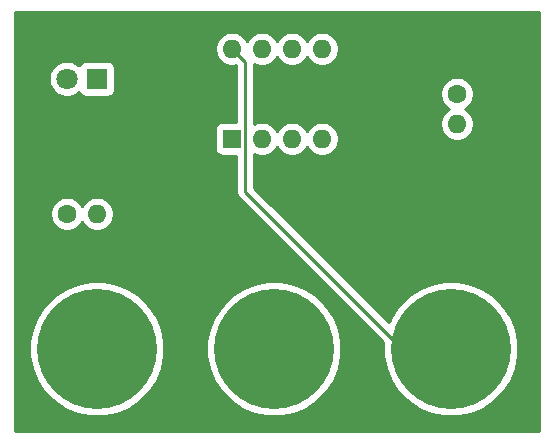
<source format=gbr>
%TF.GenerationSoftware,KiCad,Pcbnew,(5.1.10)-1*%
%TF.CreationDate,2022-06-23T22:49:28+01:00*%
%TF.ProjectId,tutorial1,7475746f-7269-4616-9c31-2e6b69636164,rev?*%
%TF.SameCoordinates,Original*%
%TF.FileFunction,Copper,L2,Bot*%
%TF.FilePolarity,Positive*%
%FSLAX46Y46*%
G04 Gerber Fmt 4.6, Leading zero omitted, Abs format (unit mm)*
G04 Created by KiCad (PCBNEW (5.1.10)-1) date 2022-06-23 22:49:28*
%MOMM*%
%LPD*%
G01*
G04 APERTURE LIST*
%TA.AperFunction,ComponentPad*%
%ADD10O,1.600000X1.600000*%
%TD*%
%TA.AperFunction,ComponentPad*%
%ADD11R,1.600000X1.600000*%
%TD*%
%TA.AperFunction,ComponentPad*%
%ADD12C,1.600000*%
%TD*%
%TA.AperFunction,ComponentPad*%
%ADD13C,10.160000*%
%TD*%
%TA.AperFunction,ComponentPad*%
%ADD14C,1.800000*%
%TD*%
%TA.AperFunction,ComponentPad*%
%ADD15R,1.800000X1.800000*%
%TD*%
%TA.AperFunction,Conductor*%
%ADD16C,0.250000*%
%TD*%
%TA.AperFunction,NonConductor*%
%ADD17C,0.254000*%
%TD*%
%TA.AperFunction,NonConductor*%
%ADD18C,0.100000*%
%TD*%
G04 APERTURE END LIST*
D10*
%TO.P,U1,8*%
%TO.N,GND*%
X725170000Y175260000D03*
%TO.P,U1,4*%
%TO.N,Net-(U1-Pad4)*%
X732790000Y167640000D03*
%TO.P,U1,7*%
%TO.N,/uCtoLED*%
X727710000Y175260000D03*
%TO.P,U1,3*%
%TO.N,Net-(U1-Pad3)*%
X730250000Y167640000D03*
%TO.P,U1,6*%
%TO.N,/INPUT*%
X730250000Y175260000D03*
%TO.P,U1,2*%
%TO.N,Net-(U1-Pad2)*%
X727710000Y167640000D03*
%TO.P,U1,5*%
%TO.N,Net-(U1-Pad5)*%
X732790000Y175260000D03*
D11*
%TO.P,U1,1*%
%TO.N,VCC*%
X725170000Y167640000D03*
%TD*%
D10*
%TO.P,R2,2*%
%TO.N,VCC*%
X713740000Y161290000D03*
D12*
%TO.P,R2,1*%
%TO.N,Net-(D1-Pad2)*%
X711200000Y161290000D03*
%TD*%
D10*
%TO.P,R1,2*%
%TO.N,/INPUTtoR*%
X744220000Y168910000D03*
D12*
%TO.P,R1,1*%
%TO.N,/INPUT*%
X744220000Y171450000D03*
%TD*%
D13*
%TO.P,J1,2*%
%TO.N,/INPUTtoR*%
X728730000Y149860000D03*
%TO.P,J1,3*%
%TO.N,GND*%
X743710000Y149860000D03*
%TO.P,J1,1*%
%TO.N,VCC*%
X713740000Y149860000D03*
%TD*%
D14*
%TO.P,D1,2*%
%TO.N,Net-(D1-Pad2)*%
X711200000Y172720000D03*
D15*
%TO.P,D1,1*%
%TO.N,/uCtoLED*%
X713740000Y172720000D03*
%TD*%
D16*
%TO.N,GND*%
X726295001Y174134999D02*
X725170000Y175260000D01*
X726295001Y163166817D02*
X726295001Y174134999D01*
X739601818Y149860000D02*
X726295001Y163166817D01*
X743710000Y149860000D02*
X739601818Y149860000D01*
%TD*%
D17*
X751180001Y142900000D02*
X706780000Y142900000D01*
X706780000Y150422878D01*
X708025000Y150422878D01*
X708025000Y149297122D01*
X708244625Y148192996D01*
X708675433Y147152933D01*
X709300870Y146216900D01*
X710096900Y145420870D01*
X711032933Y144795433D01*
X712072996Y144364625D01*
X713177122Y144145000D01*
X714302878Y144145000D01*
X715407004Y144364625D01*
X716447067Y144795433D01*
X717383100Y145420870D01*
X718179130Y146216900D01*
X718804567Y147152933D01*
X719235375Y148192996D01*
X719455000Y149297122D01*
X719455000Y150422878D01*
X723015000Y150422878D01*
X723015000Y149297122D01*
X723234625Y148192996D01*
X723665433Y147152933D01*
X724290870Y146216900D01*
X725086900Y145420870D01*
X726022933Y144795433D01*
X727062996Y144364625D01*
X728167122Y144145000D01*
X729292878Y144145000D01*
X730397004Y144364625D01*
X731437067Y144795433D01*
X732373100Y145420870D01*
X733169130Y146216900D01*
X733794567Y147152933D01*
X734225375Y148192996D01*
X734445000Y149297122D01*
X734445000Y150422878D01*
X734225375Y151527004D01*
X733794567Y152567067D01*
X733169130Y153503100D01*
X732373100Y154299130D01*
X731437067Y154924567D01*
X730397004Y155355375D01*
X729292878Y155575000D01*
X728167122Y155575000D01*
X727062996Y155355375D01*
X726022933Y154924567D01*
X725086900Y154299130D01*
X724290870Y153503100D01*
X723665433Y152567067D01*
X723234625Y151527004D01*
X723015000Y150422878D01*
X719455000Y150422878D01*
X719235375Y151527004D01*
X718804567Y152567067D01*
X718179130Y153503100D01*
X717383100Y154299130D01*
X716447067Y154924567D01*
X715407004Y155355375D01*
X714302878Y155575000D01*
X713177122Y155575000D01*
X712072996Y155355375D01*
X711032933Y154924567D01*
X710096900Y154299130D01*
X709300870Y153503100D01*
X708675433Y152567067D01*
X708244625Y151527004D01*
X708025000Y150422878D01*
X706780000Y150422878D01*
X706780000Y161431335D01*
X709765000Y161431335D01*
X709765000Y161148665D01*
X709820147Y160871426D01*
X709928320Y160610273D01*
X710085363Y160375241D01*
X710285241Y160175363D01*
X710520273Y160018320D01*
X710781426Y159910147D01*
X711058665Y159855000D01*
X711341335Y159855000D01*
X711618574Y159910147D01*
X711879727Y160018320D01*
X712114759Y160175363D01*
X712314637Y160375241D01*
X712470000Y160607759D01*
X712625363Y160375241D01*
X712825241Y160175363D01*
X713060273Y160018320D01*
X713321426Y159910147D01*
X713598665Y159855000D01*
X713881335Y159855000D01*
X714158574Y159910147D01*
X714419727Y160018320D01*
X714654759Y160175363D01*
X714854637Y160375241D01*
X715011680Y160610273D01*
X715119853Y160871426D01*
X715175000Y161148665D01*
X715175000Y161431335D01*
X715119853Y161708574D01*
X715011680Y161969727D01*
X714854637Y162204759D01*
X714654759Y162404637D01*
X714419727Y162561680D01*
X714158574Y162669853D01*
X713881335Y162725000D01*
X713598665Y162725000D01*
X713321426Y162669853D01*
X713060273Y162561680D01*
X712825241Y162404637D01*
X712625363Y162204759D01*
X712470000Y161972241D01*
X712314637Y162204759D01*
X712114759Y162404637D01*
X711879727Y162561680D01*
X711618574Y162669853D01*
X711341335Y162725000D01*
X711058665Y162725000D01*
X710781426Y162669853D01*
X710520273Y162561680D01*
X710285241Y162404637D01*
X710085363Y162204759D01*
X709928320Y161969727D01*
X709820147Y161708574D01*
X709765000Y161431335D01*
X706780000Y161431335D01*
X706780000Y168440000D01*
X723731928Y168440000D01*
X723731928Y166840000D01*
X723744188Y166715518D01*
X723780498Y166595820D01*
X723839463Y166485506D01*
X723918815Y166388815D01*
X724015506Y166309463D01*
X724125820Y166250498D01*
X724245518Y166214188D01*
X724370000Y166201928D01*
X725535001Y166201928D01*
X725535001Y163204139D01*
X725531325Y163166817D01*
X725535001Y163129495D01*
X725535001Y163129485D01*
X725545998Y163017832D01*
X725589455Y162874571D01*
X725660027Y162742541D01*
X725674423Y162725000D01*
X725755000Y162626816D01*
X725784004Y162603013D01*
X737995000Y150392016D01*
X737995000Y149297122D01*
X738214625Y148192996D01*
X738645433Y147152933D01*
X739270870Y146216900D01*
X740066900Y145420870D01*
X741002933Y144795433D01*
X742042996Y144364625D01*
X743147122Y144145000D01*
X744272878Y144145000D01*
X745377004Y144364625D01*
X746417067Y144795433D01*
X747353100Y145420870D01*
X748149130Y146216900D01*
X748774567Y147152933D01*
X749205375Y148192996D01*
X749425000Y149297122D01*
X749425000Y150422878D01*
X749205375Y151527004D01*
X748774567Y152567067D01*
X748149130Y153503100D01*
X747353100Y154299130D01*
X746417067Y154924567D01*
X745377004Y155355375D01*
X744272878Y155575000D01*
X743147122Y155575000D01*
X742042996Y155355375D01*
X741002933Y154924567D01*
X740066900Y154299130D01*
X739270870Y153503100D01*
X738645433Y152567067D01*
X738447472Y152089148D01*
X727055001Y163481618D01*
X727055001Y166358077D01*
X727291426Y166260147D01*
X727568665Y166205000D01*
X727851335Y166205000D01*
X728128574Y166260147D01*
X728389727Y166368320D01*
X728624759Y166525363D01*
X728824637Y166725241D01*
X728980000Y166957759D01*
X729135363Y166725241D01*
X729335241Y166525363D01*
X729570273Y166368320D01*
X729831426Y166260147D01*
X730108665Y166205000D01*
X730391335Y166205000D01*
X730668574Y166260147D01*
X730929727Y166368320D01*
X731164759Y166525363D01*
X731364637Y166725241D01*
X731520000Y166957759D01*
X731675363Y166725241D01*
X731875241Y166525363D01*
X732110273Y166368320D01*
X732371426Y166260147D01*
X732648665Y166205000D01*
X732931335Y166205000D01*
X733208574Y166260147D01*
X733469727Y166368320D01*
X733704759Y166525363D01*
X733904637Y166725241D01*
X734061680Y166960273D01*
X734169853Y167221426D01*
X734225000Y167498665D01*
X734225000Y167781335D01*
X734169853Y168058574D01*
X734061680Y168319727D01*
X733904637Y168554759D01*
X733704759Y168754637D01*
X733469727Y168911680D01*
X733208574Y169019853D01*
X732931335Y169075000D01*
X732648665Y169075000D01*
X732371426Y169019853D01*
X732110273Y168911680D01*
X731875241Y168754637D01*
X731675363Y168554759D01*
X731520000Y168322241D01*
X731364637Y168554759D01*
X731164759Y168754637D01*
X730929727Y168911680D01*
X730668574Y169019853D01*
X730391335Y169075000D01*
X730108665Y169075000D01*
X729831426Y169019853D01*
X729570273Y168911680D01*
X729335241Y168754637D01*
X729135363Y168554759D01*
X728980000Y168322241D01*
X728824637Y168554759D01*
X728624759Y168754637D01*
X728389727Y168911680D01*
X728128574Y169019853D01*
X727851335Y169075000D01*
X727568665Y169075000D01*
X727291426Y169019853D01*
X727055001Y168921923D01*
X727055001Y171591335D01*
X742785000Y171591335D01*
X742785000Y171308665D01*
X742840147Y171031426D01*
X742948320Y170770273D01*
X743105363Y170535241D01*
X743305241Y170335363D01*
X743537759Y170180000D01*
X743305241Y170024637D01*
X743105363Y169824759D01*
X742948320Y169589727D01*
X742840147Y169328574D01*
X742785000Y169051335D01*
X742785000Y168768665D01*
X742840147Y168491426D01*
X742948320Y168230273D01*
X743105363Y167995241D01*
X743305241Y167795363D01*
X743540273Y167638320D01*
X743801426Y167530147D01*
X744078665Y167475000D01*
X744361335Y167475000D01*
X744638574Y167530147D01*
X744899727Y167638320D01*
X745134759Y167795363D01*
X745334637Y167995241D01*
X745491680Y168230273D01*
X745599853Y168491426D01*
X745655000Y168768665D01*
X745655000Y169051335D01*
X745599853Y169328574D01*
X745491680Y169589727D01*
X745334637Y169824759D01*
X745134759Y170024637D01*
X744902241Y170180000D01*
X745134759Y170335363D01*
X745334637Y170535241D01*
X745491680Y170770273D01*
X745599853Y171031426D01*
X745655000Y171308665D01*
X745655000Y171591335D01*
X745599853Y171868574D01*
X745491680Y172129727D01*
X745334637Y172364759D01*
X745134759Y172564637D01*
X744899727Y172721680D01*
X744638574Y172829853D01*
X744361335Y172885000D01*
X744078665Y172885000D01*
X743801426Y172829853D01*
X743540273Y172721680D01*
X743305241Y172564637D01*
X743105363Y172364759D01*
X742948320Y172129727D01*
X742840147Y171868574D01*
X742785000Y171591335D01*
X727055001Y171591335D01*
X727055001Y173978077D01*
X727291426Y173880147D01*
X727568665Y173825000D01*
X727851335Y173825000D01*
X728128574Y173880147D01*
X728389727Y173988320D01*
X728624759Y174145363D01*
X728824637Y174345241D01*
X728980000Y174577759D01*
X729135363Y174345241D01*
X729335241Y174145363D01*
X729570273Y173988320D01*
X729831426Y173880147D01*
X730108665Y173825000D01*
X730391335Y173825000D01*
X730668574Y173880147D01*
X730929727Y173988320D01*
X731164759Y174145363D01*
X731364637Y174345241D01*
X731520000Y174577759D01*
X731675363Y174345241D01*
X731875241Y174145363D01*
X732110273Y173988320D01*
X732371426Y173880147D01*
X732648665Y173825000D01*
X732931335Y173825000D01*
X733208574Y173880147D01*
X733469727Y173988320D01*
X733704759Y174145363D01*
X733904637Y174345241D01*
X734061680Y174580273D01*
X734169853Y174841426D01*
X734225000Y175118665D01*
X734225000Y175401335D01*
X734169853Y175678574D01*
X734061680Y175939727D01*
X733904637Y176174759D01*
X733704759Y176374637D01*
X733469727Y176531680D01*
X733208574Y176639853D01*
X732931335Y176695000D01*
X732648665Y176695000D01*
X732371426Y176639853D01*
X732110273Y176531680D01*
X731875241Y176374637D01*
X731675363Y176174759D01*
X731520000Y175942241D01*
X731364637Y176174759D01*
X731164759Y176374637D01*
X730929727Y176531680D01*
X730668574Y176639853D01*
X730391335Y176695000D01*
X730108665Y176695000D01*
X729831426Y176639853D01*
X729570273Y176531680D01*
X729335241Y176374637D01*
X729135363Y176174759D01*
X728980000Y175942241D01*
X728824637Y176174759D01*
X728624759Y176374637D01*
X728389727Y176531680D01*
X728128574Y176639853D01*
X727851335Y176695000D01*
X727568665Y176695000D01*
X727291426Y176639853D01*
X727030273Y176531680D01*
X726795241Y176374637D01*
X726595363Y176174759D01*
X726440000Y175942241D01*
X726284637Y176174759D01*
X726084759Y176374637D01*
X725849727Y176531680D01*
X725588574Y176639853D01*
X725311335Y176695000D01*
X725028665Y176695000D01*
X724751426Y176639853D01*
X724490273Y176531680D01*
X724255241Y176374637D01*
X724055363Y176174759D01*
X723898320Y175939727D01*
X723790147Y175678574D01*
X723735000Y175401335D01*
X723735000Y175118665D01*
X723790147Y174841426D01*
X723898320Y174580273D01*
X724055363Y174345241D01*
X724255241Y174145363D01*
X724490273Y173988320D01*
X724751426Y173880147D01*
X725028665Y173825000D01*
X725311335Y173825000D01*
X725493886Y173861312D01*
X725535002Y173820196D01*
X725535002Y169078072D01*
X724370000Y169078072D01*
X724245518Y169065812D01*
X724125820Y169029502D01*
X724015506Y168970537D01*
X723918815Y168891185D01*
X723839463Y168794494D01*
X723780498Y168684180D01*
X723744188Y168564482D01*
X723731928Y168440000D01*
X706780000Y168440000D01*
X706780000Y172871184D01*
X709665000Y172871184D01*
X709665000Y172568816D01*
X709723989Y172272257D01*
X709839701Y171992905D01*
X710007688Y171741495D01*
X710221495Y171527688D01*
X710472905Y171359701D01*
X710752257Y171243989D01*
X711048816Y171185000D01*
X711351184Y171185000D01*
X711647743Y171243989D01*
X711927095Y171359701D01*
X712178505Y171527688D01*
X712244944Y171594127D01*
X712250498Y171575820D01*
X712309463Y171465506D01*
X712388815Y171368815D01*
X712485506Y171289463D01*
X712595820Y171230498D01*
X712715518Y171194188D01*
X712840000Y171181928D01*
X714640000Y171181928D01*
X714764482Y171194188D01*
X714884180Y171230498D01*
X714994494Y171289463D01*
X715091185Y171368815D01*
X715170537Y171465506D01*
X715229502Y171575820D01*
X715265812Y171695518D01*
X715278072Y171820000D01*
X715278072Y173620000D01*
X715265812Y173744482D01*
X715229502Y173864180D01*
X715170537Y173974494D01*
X715091185Y174071185D01*
X714994494Y174150537D01*
X714884180Y174209502D01*
X714764482Y174245812D01*
X714640000Y174258072D01*
X712840000Y174258072D01*
X712715518Y174245812D01*
X712595820Y174209502D01*
X712485506Y174150537D01*
X712388815Y174071185D01*
X712309463Y173974494D01*
X712250498Y173864180D01*
X712244944Y173845873D01*
X712178505Y173912312D01*
X711927095Y174080299D01*
X711647743Y174196011D01*
X711351184Y174255000D01*
X711048816Y174255000D01*
X710752257Y174196011D01*
X710472905Y174080299D01*
X710221495Y173912312D01*
X710007688Y173698505D01*
X709839701Y173447095D01*
X709723989Y173167743D01*
X709665000Y172871184D01*
X706780000Y172871184D01*
X706780000Y178410000D01*
X751180000Y178410000D01*
X751180001Y142900000D01*
%TA.AperFunction,NonConductor*%
D18*
G36*
X751180001Y142900000D02*
G01*
X706780000Y142900000D01*
X706780000Y150422878D01*
X708025000Y150422878D01*
X708025000Y149297122D01*
X708244625Y148192996D01*
X708675433Y147152933D01*
X709300870Y146216900D01*
X710096900Y145420870D01*
X711032933Y144795433D01*
X712072996Y144364625D01*
X713177122Y144145000D01*
X714302878Y144145000D01*
X715407004Y144364625D01*
X716447067Y144795433D01*
X717383100Y145420870D01*
X718179130Y146216900D01*
X718804567Y147152933D01*
X719235375Y148192996D01*
X719455000Y149297122D01*
X719455000Y150422878D01*
X723015000Y150422878D01*
X723015000Y149297122D01*
X723234625Y148192996D01*
X723665433Y147152933D01*
X724290870Y146216900D01*
X725086900Y145420870D01*
X726022933Y144795433D01*
X727062996Y144364625D01*
X728167122Y144145000D01*
X729292878Y144145000D01*
X730397004Y144364625D01*
X731437067Y144795433D01*
X732373100Y145420870D01*
X733169130Y146216900D01*
X733794567Y147152933D01*
X734225375Y148192996D01*
X734445000Y149297122D01*
X734445000Y150422878D01*
X734225375Y151527004D01*
X733794567Y152567067D01*
X733169130Y153503100D01*
X732373100Y154299130D01*
X731437067Y154924567D01*
X730397004Y155355375D01*
X729292878Y155575000D01*
X728167122Y155575000D01*
X727062996Y155355375D01*
X726022933Y154924567D01*
X725086900Y154299130D01*
X724290870Y153503100D01*
X723665433Y152567067D01*
X723234625Y151527004D01*
X723015000Y150422878D01*
X719455000Y150422878D01*
X719235375Y151527004D01*
X718804567Y152567067D01*
X718179130Y153503100D01*
X717383100Y154299130D01*
X716447067Y154924567D01*
X715407004Y155355375D01*
X714302878Y155575000D01*
X713177122Y155575000D01*
X712072996Y155355375D01*
X711032933Y154924567D01*
X710096900Y154299130D01*
X709300870Y153503100D01*
X708675433Y152567067D01*
X708244625Y151527004D01*
X708025000Y150422878D01*
X706780000Y150422878D01*
X706780000Y161431335D01*
X709765000Y161431335D01*
X709765000Y161148665D01*
X709820147Y160871426D01*
X709928320Y160610273D01*
X710085363Y160375241D01*
X710285241Y160175363D01*
X710520273Y160018320D01*
X710781426Y159910147D01*
X711058665Y159855000D01*
X711341335Y159855000D01*
X711618574Y159910147D01*
X711879727Y160018320D01*
X712114759Y160175363D01*
X712314637Y160375241D01*
X712470000Y160607759D01*
X712625363Y160375241D01*
X712825241Y160175363D01*
X713060273Y160018320D01*
X713321426Y159910147D01*
X713598665Y159855000D01*
X713881335Y159855000D01*
X714158574Y159910147D01*
X714419727Y160018320D01*
X714654759Y160175363D01*
X714854637Y160375241D01*
X715011680Y160610273D01*
X715119853Y160871426D01*
X715175000Y161148665D01*
X715175000Y161431335D01*
X715119853Y161708574D01*
X715011680Y161969727D01*
X714854637Y162204759D01*
X714654759Y162404637D01*
X714419727Y162561680D01*
X714158574Y162669853D01*
X713881335Y162725000D01*
X713598665Y162725000D01*
X713321426Y162669853D01*
X713060273Y162561680D01*
X712825241Y162404637D01*
X712625363Y162204759D01*
X712470000Y161972241D01*
X712314637Y162204759D01*
X712114759Y162404637D01*
X711879727Y162561680D01*
X711618574Y162669853D01*
X711341335Y162725000D01*
X711058665Y162725000D01*
X710781426Y162669853D01*
X710520273Y162561680D01*
X710285241Y162404637D01*
X710085363Y162204759D01*
X709928320Y161969727D01*
X709820147Y161708574D01*
X709765000Y161431335D01*
X706780000Y161431335D01*
X706780000Y168440000D01*
X723731928Y168440000D01*
X723731928Y166840000D01*
X723744188Y166715518D01*
X723780498Y166595820D01*
X723839463Y166485506D01*
X723918815Y166388815D01*
X724015506Y166309463D01*
X724125820Y166250498D01*
X724245518Y166214188D01*
X724370000Y166201928D01*
X725535001Y166201928D01*
X725535001Y163204139D01*
X725531325Y163166817D01*
X725535001Y163129495D01*
X725535001Y163129485D01*
X725545998Y163017832D01*
X725589455Y162874571D01*
X725660027Y162742541D01*
X725674423Y162725000D01*
X725755000Y162626816D01*
X725784004Y162603013D01*
X737995000Y150392016D01*
X737995000Y149297122D01*
X738214625Y148192996D01*
X738645433Y147152933D01*
X739270870Y146216900D01*
X740066900Y145420870D01*
X741002933Y144795433D01*
X742042996Y144364625D01*
X743147122Y144145000D01*
X744272878Y144145000D01*
X745377004Y144364625D01*
X746417067Y144795433D01*
X747353100Y145420870D01*
X748149130Y146216900D01*
X748774567Y147152933D01*
X749205375Y148192996D01*
X749425000Y149297122D01*
X749425000Y150422878D01*
X749205375Y151527004D01*
X748774567Y152567067D01*
X748149130Y153503100D01*
X747353100Y154299130D01*
X746417067Y154924567D01*
X745377004Y155355375D01*
X744272878Y155575000D01*
X743147122Y155575000D01*
X742042996Y155355375D01*
X741002933Y154924567D01*
X740066900Y154299130D01*
X739270870Y153503100D01*
X738645433Y152567067D01*
X738447472Y152089148D01*
X727055001Y163481618D01*
X727055001Y166358077D01*
X727291426Y166260147D01*
X727568665Y166205000D01*
X727851335Y166205000D01*
X728128574Y166260147D01*
X728389727Y166368320D01*
X728624759Y166525363D01*
X728824637Y166725241D01*
X728980000Y166957759D01*
X729135363Y166725241D01*
X729335241Y166525363D01*
X729570273Y166368320D01*
X729831426Y166260147D01*
X730108665Y166205000D01*
X730391335Y166205000D01*
X730668574Y166260147D01*
X730929727Y166368320D01*
X731164759Y166525363D01*
X731364637Y166725241D01*
X731520000Y166957759D01*
X731675363Y166725241D01*
X731875241Y166525363D01*
X732110273Y166368320D01*
X732371426Y166260147D01*
X732648665Y166205000D01*
X732931335Y166205000D01*
X733208574Y166260147D01*
X733469727Y166368320D01*
X733704759Y166525363D01*
X733904637Y166725241D01*
X734061680Y166960273D01*
X734169853Y167221426D01*
X734225000Y167498665D01*
X734225000Y167781335D01*
X734169853Y168058574D01*
X734061680Y168319727D01*
X733904637Y168554759D01*
X733704759Y168754637D01*
X733469727Y168911680D01*
X733208574Y169019853D01*
X732931335Y169075000D01*
X732648665Y169075000D01*
X732371426Y169019853D01*
X732110273Y168911680D01*
X731875241Y168754637D01*
X731675363Y168554759D01*
X731520000Y168322241D01*
X731364637Y168554759D01*
X731164759Y168754637D01*
X730929727Y168911680D01*
X730668574Y169019853D01*
X730391335Y169075000D01*
X730108665Y169075000D01*
X729831426Y169019853D01*
X729570273Y168911680D01*
X729335241Y168754637D01*
X729135363Y168554759D01*
X728980000Y168322241D01*
X728824637Y168554759D01*
X728624759Y168754637D01*
X728389727Y168911680D01*
X728128574Y169019853D01*
X727851335Y169075000D01*
X727568665Y169075000D01*
X727291426Y169019853D01*
X727055001Y168921923D01*
X727055001Y171591335D01*
X742785000Y171591335D01*
X742785000Y171308665D01*
X742840147Y171031426D01*
X742948320Y170770273D01*
X743105363Y170535241D01*
X743305241Y170335363D01*
X743537759Y170180000D01*
X743305241Y170024637D01*
X743105363Y169824759D01*
X742948320Y169589727D01*
X742840147Y169328574D01*
X742785000Y169051335D01*
X742785000Y168768665D01*
X742840147Y168491426D01*
X742948320Y168230273D01*
X743105363Y167995241D01*
X743305241Y167795363D01*
X743540273Y167638320D01*
X743801426Y167530147D01*
X744078665Y167475000D01*
X744361335Y167475000D01*
X744638574Y167530147D01*
X744899727Y167638320D01*
X745134759Y167795363D01*
X745334637Y167995241D01*
X745491680Y168230273D01*
X745599853Y168491426D01*
X745655000Y168768665D01*
X745655000Y169051335D01*
X745599853Y169328574D01*
X745491680Y169589727D01*
X745334637Y169824759D01*
X745134759Y170024637D01*
X744902241Y170180000D01*
X745134759Y170335363D01*
X745334637Y170535241D01*
X745491680Y170770273D01*
X745599853Y171031426D01*
X745655000Y171308665D01*
X745655000Y171591335D01*
X745599853Y171868574D01*
X745491680Y172129727D01*
X745334637Y172364759D01*
X745134759Y172564637D01*
X744899727Y172721680D01*
X744638574Y172829853D01*
X744361335Y172885000D01*
X744078665Y172885000D01*
X743801426Y172829853D01*
X743540273Y172721680D01*
X743305241Y172564637D01*
X743105363Y172364759D01*
X742948320Y172129727D01*
X742840147Y171868574D01*
X742785000Y171591335D01*
X727055001Y171591335D01*
X727055001Y173978077D01*
X727291426Y173880147D01*
X727568665Y173825000D01*
X727851335Y173825000D01*
X728128574Y173880147D01*
X728389727Y173988320D01*
X728624759Y174145363D01*
X728824637Y174345241D01*
X728980000Y174577759D01*
X729135363Y174345241D01*
X729335241Y174145363D01*
X729570273Y173988320D01*
X729831426Y173880147D01*
X730108665Y173825000D01*
X730391335Y173825000D01*
X730668574Y173880147D01*
X730929727Y173988320D01*
X731164759Y174145363D01*
X731364637Y174345241D01*
X731520000Y174577759D01*
X731675363Y174345241D01*
X731875241Y174145363D01*
X732110273Y173988320D01*
X732371426Y173880147D01*
X732648665Y173825000D01*
X732931335Y173825000D01*
X733208574Y173880147D01*
X733469727Y173988320D01*
X733704759Y174145363D01*
X733904637Y174345241D01*
X734061680Y174580273D01*
X734169853Y174841426D01*
X734225000Y175118665D01*
X734225000Y175401335D01*
X734169853Y175678574D01*
X734061680Y175939727D01*
X733904637Y176174759D01*
X733704759Y176374637D01*
X733469727Y176531680D01*
X733208574Y176639853D01*
X732931335Y176695000D01*
X732648665Y176695000D01*
X732371426Y176639853D01*
X732110273Y176531680D01*
X731875241Y176374637D01*
X731675363Y176174759D01*
X731520000Y175942241D01*
X731364637Y176174759D01*
X731164759Y176374637D01*
X730929727Y176531680D01*
X730668574Y176639853D01*
X730391335Y176695000D01*
X730108665Y176695000D01*
X729831426Y176639853D01*
X729570273Y176531680D01*
X729335241Y176374637D01*
X729135363Y176174759D01*
X728980000Y175942241D01*
X728824637Y176174759D01*
X728624759Y176374637D01*
X728389727Y176531680D01*
X728128574Y176639853D01*
X727851335Y176695000D01*
X727568665Y176695000D01*
X727291426Y176639853D01*
X727030273Y176531680D01*
X726795241Y176374637D01*
X726595363Y176174759D01*
X726440000Y175942241D01*
X726284637Y176174759D01*
X726084759Y176374637D01*
X725849727Y176531680D01*
X725588574Y176639853D01*
X725311335Y176695000D01*
X725028665Y176695000D01*
X724751426Y176639853D01*
X724490273Y176531680D01*
X724255241Y176374637D01*
X724055363Y176174759D01*
X723898320Y175939727D01*
X723790147Y175678574D01*
X723735000Y175401335D01*
X723735000Y175118665D01*
X723790147Y174841426D01*
X723898320Y174580273D01*
X724055363Y174345241D01*
X724255241Y174145363D01*
X724490273Y173988320D01*
X724751426Y173880147D01*
X725028665Y173825000D01*
X725311335Y173825000D01*
X725493886Y173861312D01*
X725535002Y173820196D01*
X725535002Y169078072D01*
X724370000Y169078072D01*
X724245518Y169065812D01*
X724125820Y169029502D01*
X724015506Y168970537D01*
X723918815Y168891185D01*
X723839463Y168794494D01*
X723780498Y168684180D01*
X723744188Y168564482D01*
X723731928Y168440000D01*
X706780000Y168440000D01*
X706780000Y172871184D01*
X709665000Y172871184D01*
X709665000Y172568816D01*
X709723989Y172272257D01*
X709839701Y171992905D01*
X710007688Y171741495D01*
X710221495Y171527688D01*
X710472905Y171359701D01*
X710752257Y171243989D01*
X711048816Y171185000D01*
X711351184Y171185000D01*
X711647743Y171243989D01*
X711927095Y171359701D01*
X712178505Y171527688D01*
X712244944Y171594127D01*
X712250498Y171575820D01*
X712309463Y171465506D01*
X712388815Y171368815D01*
X712485506Y171289463D01*
X712595820Y171230498D01*
X712715518Y171194188D01*
X712840000Y171181928D01*
X714640000Y171181928D01*
X714764482Y171194188D01*
X714884180Y171230498D01*
X714994494Y171289463D01*
X715091185Y171368815D01*
X715170537Y171465506D01*
X715229502Y171575820D01*
X715265812Y171695518D01*
X715278072Y171820000D01*
X715278072Y173620000D01*
X715265812Y173744482D01*
X715229502Y173864180D01*
X715170537Y173974494D01*
X715091185Y174071185D01*
X714994494Y174150537D01*
X714884180Y174209502D01*
X714764482Y174245812D01*
X714640000Y174258072D01*
X712840000Y174258072D01*
X712715518Y174245812D01*
X712595820Y174209502D01*
X712485506Y174150537D01*
X712388815Y174071185D01*
X712309463Y173974494D01*
X712250498Y173864180D01*
X712244944Y173845873D01*
X712178505Y173912312D01*
X711927095Y174080299D01*
X711647743Y174196011D01*
X711351184Y174255000D01*
X711048816Y174255000D01*
X710752257Y174196011D01*
X710472905Y174080299D01*
X710221495Y173912312D01*
X710007688Y173698505D01*
X709839701Y173447095D01*
X709723989Y173167743D01*
X709665000Y172871184D01*
X706780000Y172871184D01*
X706780000Y178410000D01*
X751180000Y178410000D01*
X751180001Y142900000D01*
G37*
%TD.AperFunction*%
M02*

</source>
